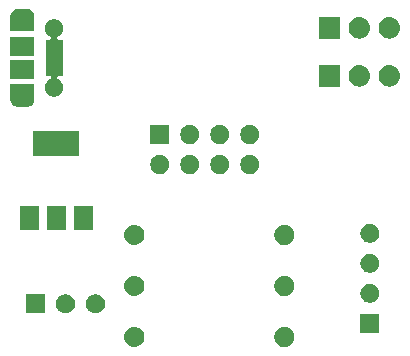
<source format=gbr>
G04 #@! TF.GenerationSoftware,KiCad,Pcbnew,5.1.2*
G04 #@! TF.CreationDate,2019-06-25T15:37:04+02:00*
G04 #@! TF.ProjectId,esp01-tempsensor,65737030-312d-4746-956d-7073656e736f,rev?*
G04 #@! TF.SameCoordinates,Original*
G04 #@! TF.FileFunction,Soldermask,Top*
G04 #@! TF.FilePolarity,Negative*
%FSLAX46Y46*%
G04 Gerber Fmt 4.6, Leading zero omitted, Abs format (unit mm)*
G04 Created by KiCad (PCBNEW 5.1.2) date 2019-06-25 15:37:04*
%MOMM*%
%LPD*%
G04 APERTURE LIST*
%ADD10C,0.100000*%
G04 APERTURE END LIST*
D10*
G36*
X147314228Y-132023703D02*
G01*
X147469100Y-132087853D01*
X147608481Y-132180985D01*
X147727015Y-132299519D01*
X147820147Y-132438900D01*
X147884297Y-132593772D01*
X147917000Y-132758184D01*
X147917000Y-132925816D01*
X147884297Y-133090228D01*
X147820147Y-133245100D01*
X147727015Y-133384481D01*
X147608481Y-133503015D01*
X147469100Y-133596147D01*
X147314228Y-133660297D01*
X147149816Y-133693000D01*
X146982184Y-133693000D01*
X146817772Y-133660297D01*
X146662900Y-133596147D01*
X146523519Y-133503015D01*
X146404985Y-133384481D01*
X146311853Y-133245100D01*
X146247703Y-133090228D01*
X146215000Y-132925816D01*
X146215000Y-132758184D01*
X146247703Y-132593772D01*
X146311853Y-132438900D01*
X146404985Y-132299519D01*
X146523519Y-132180985D01*
X146662900Y-132087853D01*
X146817772Y-132023703D01*
X146982184Y-131991000D01*
X147149816Y-131991000D01*
X147314228Y-132023703D01*
X147314228Y-132023703D01*
G37*
G36*
X134532823Y-132003313D02*
G01*
X134693242Y-132051976D01*
X134760361Y-132087852D01*
X134841078Y-132130996D01*
X134970659Y-132237341D01*
X135077004Y-132366922D01*
X135077005Y-132366924D01*
X135156024Y-132514758D01*
X135204687Y-132675177D01*
X135221117Y-132842000D01*
X135204687Y-133008823D01*
X135156024Y-133169242D01*
X135115477Y-133245100D01*
X135077004Y-133317078D01*
X134970659Y-133446659D01*
X134841078Y-133553004D01*
X134841076Y-133553005D01*
X134693242Y-133632024D01*
X134532823Y-133680687D01*
X134407804Y-133693000D01*
X134324196Y-133693000D01*
X134199177Y-133680687D01*
X134038758Y-133632024D01*
X133890924Y-133553005D01*
X133890922Y-133553004D01*
X133761341Y-133446659D01*
X133654996Y-133317078D01*
X133616523Y-133245100D01*
X133575976Y-133169242D01*
X133527313Y-133008823D01*
X133510883Y-132842000D01*
X133527313Y-132675177D01*
X133575976Y-132514758D01*
X133654995Y-132366924D01*
X133654996Y-132366922D01*
X133761341Y-132237341D01*
X133890922Y-132130996D01*
X133971639Y-132087852D01*
X134038758Y-132051976D01*
X134199177Y-132003313D01*
X134324196Y-131991000D01*
X134407804Y-131991000D01*
X134532823Y-132003313D01*
X134532823Y-132003313D01*
G37*
G36*
X155106000Y-132500000D02*
G01*
X153504000Y-132500000D01*
X153504000Y-130898000D01*
X155106000Y-130898000D01*
X155106000Y-132500000D01*
X155106000Y-132500000D01*
G37*
G36*
X131300560Y-129268166D02*
G01*
X131411274Y-129314025D01*
X131448153Y-129329301D01*
X131498117Y-129362686D01*
X131580982Y-129418055D01*
X131693945Y-129531018D01*
X131782700Y-129663849D01*
X131843834Y-129811440D01*
X131867262Y-129929218D01*
X131875000Y-129968123D01*
X131875000Y-130127877D01*
X131843834Y-130284560D01*
X131782699Y-130432153D01*
X131693945Y-130564982D01*
X131580982Y-130677945D01*
X131448153Y-130766699D01*
X131448152Y-130766700D01*
X131448151Y-130766700D01*
X131300560Y-130827834D01*
X131143878Y-130859000D01*
X130984122Y-130859000D01*
X130827440Y-130827834D01*
X130679849Y-130766700D01*
X130679848Y-130766700D01*
X130679847Y-130766699D01*
X130547018Y-130677945D01*
X130434055Y-130564982D01*
X130345301Y-130432153D01*
X130284166Y-130284560D01*
X130253000Y-130127877D01*
X130253000Y-129968123D01*
X130260739Y-129929218D01*
X130284166Y-129811440D01*
X130345300Y-129663849D01*
X130434055Y-129531018D01*
X130547018Y-129418055D01*
X130629883Y-129362686D01*
X130679847Y-129329301D01*
X130716727Y-129314025D01*
X130827440Y-129268166D01*
X130984122Y-129237000D01*
X131143878Y-129237000D01*
X131300560Y-129268166D01*
X131300560Y-129268166D01*
G37*
G36*
X128760560Y-129268166D02*
G01*
X128871274Y-129314025D01*
X128908153Y-129329301D01*
X128958117Y-129362686D01*
X129040982Y-129418055D01*
X129153945Y-129531018D01*
X129242700Y-129663849D01*
X129303834Y-129811440D01*
X129327262Y-129929218D01*
X129335000Y-129968123D01*
X129335000Y-130127877D01*
X129303834Y-130284560D01*
X129242699Y-130432153D01*
X129153945Y-130564982D01*
X129040982Y-130677945D01*
X128908153Y-130766699D01*
X128908152Y-130766700D01*
X128908151Y-130766700D01*
X128760560Y-130827834D01*
X128603878Y-130859000D01*
X128444122Y-130859000D01*
X128287440Y-130827834D01*
X128139849Y-130766700D01*
X128139848Y-130766700D01*
X128139847Y-130766699D01*
X128007018Y-130677945D01*
X127894055Y-130564982D01*
X127805301Y-130432153D01*
X127744166Y-130284560D01*
X127713000Y-130127877D01*
X127713000Y-129968123D01*
X127720739Y-129929218D01*
X127744166Y-129811440D01*
X127805300Y-129663849D01*
X127894055Y-129531018D01*
X128007018Y-129418055D01*
X128089883Y-129362686D01*
X128139847Y-129329301D01*
X128176727Y-129314025D01*
X128287440Y-129268166D01*
X128444122Y-129237000D01*
X128603878Y-129237000D01*
X128760560Y-129268166D01*
X128760560Y-129268166D01*
G37*
G36*
X126795000Y-130859000D02*
G01*
X125173000Y-130859000D01*
X125173000Y-129237000D01*
X126795000Y-129237000D01*
X126795000Y-130859000D01*
X126795000Y-130859000D01*
G37*
G36*
X154538642Y-128388781D02*
G01*
X154684414Y-128449162D01*
X154684416Y-128449163D01*
X154815608Y-128536822D01*
X154927178Y-128648392D01*
X155014837Y-128779584D01*
X155014838Y-128779586D01*
X155075219Y-128925358D01*
X155106000Y-129080107D01*
X155106000Y-129237893D01*
X155075219Y-129392642D01*
X155014838Y-129538414D01*
X155014837Y-129538416D01*
X154927178Y-129669608D01*
X154815608Y-129781178D01*
X154684416Y-129868837D01*
X154684415Y-129868838D01*
X154684414Y-129868838D01*
X154538642Y-129929219D01*
X154383893Y-129960000D01*
X154226107Y-129960000D01*
X154071358Y-129929219D01*
X153925586Y-129868838D01*
X153925585Y-129868838D01*
X153925584Y-129868837D01*
X153794392Y-129781178D01*
X153682822Y-129669608D01*
X153595163Y-129538416D01*
X153595162Y-129538414D01*
X153534781Y-129392642D01*
X153504000Y-129237893D01*
X153504000Y-129080107D01*
X153534781Y-128925358D01*
X153595162Y-128779586D01*
X153595163Y-128779584D01*
X153682822Y-128648392D01*
X153794392Y-128536822D01*
X153925584Y-128449163D01*
X153925586Y-128449162D01*
X154071358Y-128388781D01*
X154226107Y-128358000D01*
X154383893Y-128358000D01*
X154538642Y-128388781D01*
X154538642Y-128388781D01*
G37*
G36*
X134532823Y-127685313D02*
G01*
X134693242Y-127733976D01*
X134760361Y-127769852D01*
X134841078Y-127812996D01*
X134970659Y-127919341D01*
X135077004Y-128048922D01*
X135077005Y-128048924D01*
X135156024Y-128196758D01*
X135204687Y-128357177D01*
X135221117Y-128524000D01*
X135204687Y-128690823D01*
X135156024Y-128851242D01*
X135115477Y-128927100D01*
X135077004Y-128999078D01*
X134970659Y-129128659D01*
X134841078Y-129235004D01*
X134841076Y-129235005D01*
X134693242Y-129314024D01*
X134532823Y-129362687D01*
X134407804Y-129375000D01*
X134324196Y-129375000D01*
X134199177Y-129362687D01*
X134038758Y-129314024D01*
X133890924Y-129235005D01*
X133890922Y-129235004D01*
X133761341Y-129128659D01*
X133654996Y-128999078D01*
X133616523Y-128927100D01*
X133575976Y-128851242D01*
X133527313Y-128690823D01*
X133510883Y-128524000D01*
X133527313Y-128357177D01*
X133575976Y-128196758D01*
X133654995Y-128048924D01*
X133654996Y-128048922D01*
X133761341Y-127919341D01*
X133890922Y-127812996D01*
X133971639Y-127769852D01*
X134038758Y-127733976D01*
X134199177Y-127685313D01*
X134324196Y-127673000D01*
X134407804Y-127673000D01*
X134532823Y-127685313D01*
X134532823Y-127685313D01*
G37*
G36*
X147314228Y-127705703D02*
G01*
X147469100Y-127769853D01*
X147608481Y-127862985D01*
X147727015Y-127981519D01*
X147820147Y-128120900D01*
X147884297Y-128275772D01*
X147917000Y-128440184D01*
X147917000Y-128607816D01*
X147884297Y-128772228D01*
X147820147Y-128927100D01*
X147727015Y-129066481D01*
X147608481Y-129185015D01*
X147469100Y-129278147D01*
X147314228Y-129342297D01*
X147149816Y-129375000D01*
X146982184Y-129375000D01*
X146817772Y-129342297D01*
X146662900Y-129278147D01*
X146523519Y-129185015D01*
X146404985Y-129066481D01*
X146311853Y-128927100D01*
X146247703Y-128772228D01*
X146215000Y-128607816D01*
X146215000Y-128440184D01*
X146247703Y-128275772D01*
X146311853Y-128120900D01*
X146404985Y-127981519D01*
X146523519Y-127862985D01*
X146662900Y-127769853D01*
X146817772Y-127705703D01*
X146982184Y-127673000D01*
X147149816Y-127673000D01*
X147314228Y-127705703D01*
X147314228Y-127705703D01*
G37*
G36*
X154538642Y-125848781D02*
G01*
X154684414Y-125909162D01*
X154684416Y-125909163D01*
X154815608Y-125996822D01*
X154927178Y-126108392D01*
X155014837Y-126239584D01*
X155014838Y-126239586D01*
X155075219Y-126385358D01*
X155106000Y-126540107D01*
X155106000Y-126697893D01*
X155075219Y-126852642D01*
X155014838Y-126998414D01*
X155014837Y-126998416D01*
X154927178Y-127129608D01*
X154815608Y-127241178D01*
X154684416Y-127328837D01*
X154684415Y-127328838D01*
X154684414Y-127328838D01*
X154538642Y-127389219D01*
X154383893Y-127420000D01*
X154226107Y-127420000D01*
X154071358Y-127389219D01*
X153925586Y-127328838D01*
X153925585Y-127328838D01*
X153925584Y-127328837D01*
X153794392Y-127241178D01*
X153682822Y-127129608D01*
X153595163Y-126998416D01*
X153595162Y-126998414D01*
X153534781Y-126852642D01*
X153504000Y-126697893D01*
X153504000Y-126540107D01*
X153534781Y-126385358D01*
X153595162Y-126239586D01*
X153595163Y-126239584D01*
X153682822Y-126108392D01*
X153794392Y-125996822D01*
X153925584Y-125909163D01*
X153925586Y-125909162D01*
X154071358Y-125848781D01*
X154226107Y-125818000D01*
X154383893Y-125818000D01*
X154538642Y-125848781D01*
X154538642Y-125848781D01*
G37*
G36*
X147314228Y-123387703D02*
G01*
X147469100Y-123451853D01*
X147608481Y-123544985D01*
X147727015Y-123663519D01*
X147820147Y-123802900D01*
X147884297Y-123957772D01*
X147917000Y-124122184D01*
X147917000Y-124289816D01*
X147884297Y-124454228D01*
X147820147Y-124609100D01*
X147727015Y-124748481D01*
X147608481Y-124867015D01*
X147469100Y-124960147D01*
X147314228Y-125024297D01*
X147149816Y-125057000D01*
X146982184Y-125057000D01*
X146817772Y-125024297D01*
X146662900Y-124960147D01*
X146523519Y-124867015D01*
X146404985Y-124748481D01*
X146311853Y-124609100D01*
X146247703Y-124454228D01*
X146215000Y-124289816D01*
X146215000Y-124122184D01*
X146247703Y-123957772D01*
X146311853Y-123802900D01*
X146404985Y-123663519D01*
X146523519Y-123544985D01*
X146662900Y-123451853D01*
X146817772Y-123387703D01*
X146982184Y-123355000D01*
X147149816Y-123355000D01*
X147314228Y-123387703D01*
X147314228Y-123387703D01*
G37*
G36*
X134532823Y-123367313D02*
G01*
X134693242Y-123415976D01*
X134760361Y-123451852D01*
X134841078Y-123494996D01*
X134970659Y-123601341D01*
X135077004Y-123730922D01*
X135077005Y-123730924D01*
X135156024Y-123878758D01*
X135204687Y-124039177D01*
X135221117Y-124206000D01*
X135204687Y-124372823D01*
X135156024Y-124533242D01*
X135115477Y-124609100D01*
X135077004Y-124681078D01*
X134970659Y-124810659D01*
X134841078Y-124917004D01*
X134841076Y-124917005D01*
X134693242Y-124996024D01*
X134532823Y-125044687D01*
X134407804Y-125057000D01*
X134324196Y-125057000D01*
X134199177Y-125044687D01*
X134038758Y-124996024D01*
X133890924Y-124917005D01*
X133890922Y-124917004D01*
X133761341Y-124810659D01*
X133654996Y-124681078D01*
X133616523Y-124609100D01*
X133575976Y-124533242D01*
X133527313Y-124372823D01*
X133510883Y-124206000D01*
X133527313Y-124039177D01*
X133575976Y-123878758D01*
X133654995Y-123730924D01*
X133654996Y-123730922D01*
X133761341Y-123601341D01*
X133890922Y-123494996D01*
X133971639Y-123451852D01*
X134038758Y-123415976D01*
X134199177Y-123367313D01*
X134324196Y-123355000D01*
X134407804Y-123355000D01*
X134532823Y-123367313D01*
X134532823Y-123367313D01*
G37*
G36*
X154538642Y-123308781D02*
G01*
X154684414Y-123369162D01*
X154684416Y-123369163D01*
X154815608Y-123456822D01*
X154927178Y-123568392D01*
X154990739Y-123663519D01*
X155014838Y-123699586D01*
X155075219Y-123845358D01*
X155106000Y-124000107D01*
X155106000Y-124157893D01*
X155075219Y-124312642D01*
X155050291Y-124372823D01*
X155014837Y-124458416D01*
X154927178Y-124589608D01*
X154815608Y-124701178D01*
X154684416Y-124788837D01*
X154684415Y-124788838D01*
X154684414Y-124788838D01*
X154538642Y-124849219D01*
X154383893Y-124880000D01*
X154226107Y-124880000D01*
X154071358Y-124849219D01*
X153925586Y-124788838D01*
X153925585Y-124788838D01*
X153925584Y-124788837D01*
X153794392Y-124701178D01*
X153682822Y-124589608D01*
X153595163Y-124458416D01*
X153559709Y-124372823D01*
X153534781Y-124312642D01*
X153504000Y-124157893D01*
X153504000Y-124000107D01*
X153534781Y-123845358D01*
X153595162Y-123699586D01*
X153619261Y-123663519D01*
X153682822Y-123568392D01*
X153794392Y-123456822D01*
X153925584Y-123369163D01*
X153925586Y-123369162D01*
X154071358Y-123308781D01*
X154226107Y-123278000D01*
X154383893Y-123278000D01*
X154538642Y-123308781D01*
X154538642Y-123308781D01*
G37*
G36*
X130863000Y-123835000D02*
G01*
X129261000Y-123835000D01*
X129261000Y-121733000D01*
X130863000Y-121733000D01*
X130863000Y-123835000D01*
X130863000Y-123835000D01*
G37*
G36*
X128563000Y-123835000D02*
G01*
X126961000Y-123835000D01*
X126961000Y-121733000D01*
X128563000Y-121733000D01*
X128563000Y-123835000D01*
X128563000Y-123835000D01*
G37*
G36*
X126263000Y-123835000D02*
G01*
X124661000Y-123835000D01*
X124661000Y-121733000D01*
X126263000Y-121733000D01*
X126263000Y-123835000D01*
X126263000Y-123835000D01*
G37*
G36*
X144382142Y-117455242D02*
G01*
X144530101Y-117516529D01*
X144663255Y-117605499D01*
X144776501Y-117718745D01*
X144865471Y-117851899D01*
X144926758Y-117999858D01*
X144958000Y-118156925D01*
X144958000Y-118317075D01*
X144926758Y-118474142D01*
X144865471Y-118622101D01*
X144776501Y-118755255D01*
X144663255Y-118868501D01*
X144530101Y-118957471D01*
X144382142Y-119018758D01*
X144225075Y-119050000D01*
X144064925Y-119050000D01*
X143907858Y-119018758D01*
X143759899Y-118957471D01*
X143626745Y-118868501D01*
X143513499Y-118755255D01*
X143424529Y-118622101D01*
X143363242Y-118474142D01*
X143332000Y-118317075D01*
X143332000Y-118156925D01*
X143363242Y-117999858D01*
X143424529Y-117851899D01*
X143513499Y-117718745D01*
X143626745Y-117605499D01*
X143759899Y-117516529D01*
X143907858Y-117455242D01*
X144064925Y-117424000D01*
X144225075Y-117424000D01*
X144382142Y-117455242D01*
X144382142Y-117455242D01*
G37*
G36*
X141842142Y-117455242D02*
G01*
X141990101Y-117516529D01*
X142123255Y-117605499D01*
X142236501Y-117718745D01*
X142325471Y-117851899D01*
X142386758Y-117999858D01*
X142418000Y-118156925D01*
X142418000Y-118317075D01*
X142386758Y-118474142D01*
X142325471Y-118622101D01*
X142236501Y-118755255D01*
X142123255Y-118868501D01*
X141990101Y-118957471D01*
X141842142Y-119018758D01*
X141685075Y-119050000D01*
X141524925Y-119050000D01*
X141367858Y-119018758D01*
X141219899Y-118957471D01*
X141086745Y-118868501D01*
X140973499Y-118755255D01*
X140884529Y-118622101D01*
X140823242Y-118474142D01*
X140792000Y-118317075D01*
X140792000Y-118156925D01*
X140823242Y-117999858D01*
X140884529Y-117851899D01*
X140973499Y-117718745D01*
X141086745Y-117605499D01*
X141219899Y-117516529D01*
X141367858Y-117455242D01*
X141524925Y-117424000D01*
X141685075Y-117424000D01*
X141842142Y-117455242D01*
X141842142Y-117455242D01*
G37*
G36*
X139302142Y-117455242D02*
G01*
X139450101Y-117516529D01*
X139583255Y-117605499D01*
X139696501Y-117718745D01*
X139785471Y-117851899D01*
X139846758Y-117999858D01*
X139878000Y-118156925D01*
X139878000Y-118317075D01*
X139846758Y-118474142D01*
X139785471Y-118622101D01*
X139696501Y-118755255D01*
X139583255Y-118868501D01*
X139450101Y-118957471D01*
X139302142Y-119018758D01*
X139145075Y-119050000D01*
X138984925Y-119050000D01*
X138827858Y-119018758D01*
X138679899Y-118957471D01*
X138546745Y-118868501D01*
X138433499Y-118755255D01*
X138344529Y-118622101D01*
X138283242Y-118474142D01*
X138252000Y-118317075D01*
X138252000Y-118156925D01*
X138283242Y-117999858D01*
X138344529Y-117851899D01*
X138433499Y-117718745D01*
X138546745Y-117605499D01*
X138679899Y-117516529D01*
X138827858Y-117455242D01*
X138984925Y-117424000D01*
X139145075Y-117424000D01*
X139302142Y-117455242D01*
X139302142Y-117455242D01*
G37*
G36*
X136762142Y-117455242D02*
G01*
X136910101Y-117516529D01*
X137043255Y-117605499D01*
X137156501Y-117718745D01*
X137245471Y-117851899D01*
X137306758Y-117999858D01*
X137338000Y-118156925D01*
X137338000Y-118317075D01*
X137306758Y-118474142D01*
X137245471Y-118622101D01*
X137156501Y-118755255D01*
X137043255Y-118868501D01*
X136910101Y-118957471D01*
X136762142Y-119018758D01*
X136605075Y-119050000D01*
X136444925Y-119050000D01*
X136287858Y-119018758D01*
X136139899Y-118957471D01*
X136006745Y-118868501D01*
X135893499Y-118755255D01*
X135804529Y-118622101D01*
X135743242Y-118474142D01*
X135712000Y-118317075D01*
X135712000Y-118156925D01*
X135743242Y-117999858D01*
X135804529Y-117851899D01*
X135893499Y-117718745D01*
X136006745Y-117605499D01*
X136139899Y-117516529D01*
X136287858Y-117455242D01*
X136444925Y-117424000D01*
X136605075Y-117424000D01*
X136762142Y-117455242D01*
X136762142Y-117455242D01*
G37*
G36*
X129713000Y-117535000D02*
G01*
X125811000Y-117535000D01*
X125811000Y-115433000D01*
X129713000Y-115433000D01*
X129713000Y-117535000D01*
X129713000Y-117535000D01*
G37*
G36*
X144382142Y-114915242D02*
G01*
X144530101Y-114976529D01*
X144663255Y-115065499D01*
X144776501Y-115178745D01*
X144865471Y-115311899D01*
X144926758Y-115459858D01*
X144958000Y-115616925D01*
X144958000Y-115777075D01*
X144926758Y-115934142D01*
X144865471Y-116082101D01*
X144776501Y-116215255D01*
X144663255Y-116328501D01*
X144530101Y-116417471D01*
X144382142Y-116478758D01*
X144225075Y-116510000D01*
X144064925Y-116510000D01*
X143907858Y-116478758D01*
X143759899Y-116417471D01*
X143626745Y-116328501D01*
X143513499Y-116215255D01*
X143424529Y-116082101D01*
X143363242Y-115934142D01*
X143332000Y-115777075D01*
X143332000Y-115616925D01*
X143363242Y-115459858D01*
X143424529Y-115311899D01*
X143513499Y-115178745D01*
X143626745Y-115065499D01*
X143759899Y-114976529D01*
X143907858Y-114915242D01*
X144064925Y-114884000D01*
X144225075Y-114884000D01*
X144382142Y-114915242D01*
X144382142Y-114915242D01*
G37*
G36*
X141842142Y-114915242D02*
G01*
X141990101Y-114976529D01*
X142123255Y-115065499D01*
X142236501Y-115178745D01*
X142325471Y-115311899D01*
X142386758Y-115459858D01*
X142418000Y-115616925D01*
X142418000Y-115777075D01*
X142386758Y-115934142D01*
X142325471Y-116082101D01*
X142236501Y-116215255D01*
X142123255Y-116328501D01*
X141990101Y-116417471D01*
X141842142Y-116478758D01*
X141685075Y-116510000D01*
X141524925Y-116510000D01*
X141367858Y-116478758D01*
X141219899Y-116417471D01*
X141086745Y-116328501D01*
X140973499Y-116215255D01*
X140884529Y-116082101D01*
X140823242Y-115934142D01*
X140792000Y-115777075D01*
X140792000Y-115616925D01*
X140823242Y-115459858D01*
X140884529Y-115311899D01*
X140973499Y-115178745D01*
X141086745Y-115065499D01*
X141219899Y-114976529D01*
X141367858Y-114915242D01*
X141524925Y-114884000D01*
X141685075Y-114884000D01*
X141842142Y-114915242D01*
X141842142Y-114915242D01*
G37*
G36*
X139302142Y-114915242D02*
G01*
X139450101Y-114976529D01*
X139583255Y-115065499D01*
X139696501Y-115178745D01*
X139785471Y-115311899D01*
X139846758Y-115459858D01*
X139878000Y-115616925D01*
X139878000Y-115777075D01*
X139846758Y-115934142D01*
X139785471Y-116082101D01*
X139696501Y-116215255D01*
X139583255Y-116328501D01*
X139450101Y-116417471D01*
X139302142Y-116478758D01*
X139145075Y-116510000D01*
X138984925Y-116510000D01*
X138827858Y-116478758D01*
X138679899Y-116417471D01*
X138546745Y-116328501D01*
X138433499Y-116215255D01*
X138344529Y-116082101D01*
X138283242Y-115934142D01*
X138252000Y-115777075D01*
X138252000Y-115616925D01*
X138283242Y-115459858D01*
X138344529Y-115311899D01*
X138433499Y-115178745D01*
X138546745Y-115065499D01*
X138679899Y-114976529D01*
X138827858Y-114915242D01*
X138984925Y-114884000D01*
X139145075Y-114884000D01*
X139302142Y-114915242D01*
X139302142Y-114915242D01*
G37*
G36*
X137338000Y-116510000D02*
G01*
X135712000Y-116510000D01*
X135712000Y-114884000D01*
X137338000Y-114884000D01*
X137338000Y-116510000D01*
X137338000Y-116510000D01*
G37*
G36*
X125873000Y-112681886D02*
G01*
X125873602Y-112694138D01*
X125876149Y-112720000D01*
X125873602Y-112745862D01*
X125873000Y-112758114D01*
X125873000Y-112831406D01*
X125864043Y-112848164D01*
X125859915Y-112859701D01*
X125834132Y-112944693D01*
X125826354Y-112970336D01*
X125765906Y-113083425D01*
X125684554Y-113182554D01*
X125585425Y-113263906D01*
X125472336Y-113324354D01*
X125440404Y-113334040D01*
X125349618Y-113361580D01*
X125285855Y-113367860D01*
X125253974Y-113371000D01*
X124490026Y-113371000D01*
X124458145Y-113367860D01*
X124394382Y-113361580D01*
X124303596Y-113334040D01*
X124271664Y-113324354D01*
X124158575Y-113263906D01*
X124059446Y-113182554D01*
X123978094Y-113083425D01*
X123917646Y-112970336D01*
X123909868Y-112944693D01*
X123884087Y-112859708D01*
X123874713Y-112837075D01*
X123871000Y-112831518D01*
X123871000Y-112758114D01*
X123870398Y-112745862D01*
X123867851Y-112720000D01*
X123870398Y-112694138D01*
X123871000Y-112681886D01*
X123871000Y-111469000D01*
X125873000Y-111469000D01*
X125873000Y-112681886D01*
X125873000Y-112681886D01*
G37*
G36*
X127798348Y-105973820D02*
G01*
X127798350Y-105973821D01*
X127798351Y-105973821D01*
X127939574Y-106032317D01*
X127939577Y-106032319D01*
X128066669Y-106117239D01*
X128174761Y-106225331D01*
X128247058Y-106333532D01*
X128259683Y-106352426D01*
X128318179Y-106493649D01*
X128318180Y-106493652D01*
X128348000Y-106643569D01*
X128348000Y-106796431D01*
X128336027Y-106856625D01*
X128318179Y-106946351D01*
X128259683Y-107087574D01*
X128259681Y-107087577D01*
X128174761Y-107214669D01*
X128066669Y-107322761D01*
X127981940Y-107379375D01*
X127939574Y-107407683D01*
X127889272Y-107428519D01*
X127867664Y-107440068D01*
X127848722Y-107455614D01*
X127833177Y-107474556D01*
X127821626Y-107496166D01*
X127814513Y-107519615D01*
X127812111Y-107544001D01*
X127814513Y-107568387D01*
X127821626Y-107591836D01*
X127833177Y-107613447D01*
X127848723Y-107632389D01*
X127867665Y-107647934D01*
X127889275Y-107659485D01*
X127912724Y-107666598D01*
X127937110Y-107669000D01*
X128298000Y-107669000D01*
X128298000Y-110771000D01*
X127937110Y-110771000D01*
X127912724Y-110773402D01*
X127889275Y-110780515D01*
X127867664Y-110792066D01*
X127848722Y-110807611D01*
X127833177Y-110826553D01*
X127821626Y-110848164D01*
X127814513Y-110871613D01*
X127812111Y-110895999D01*
X127814513Y-110920385D01*
X127821626Y-110943834D01*
X127833177Y-110965445D01*
X127848722Y-110984387D01*
X127867664Y-110999932D01*
X127889272Y-111011481D01*
X127939574Y-111032317D01*
X127939575Y-111032318D01*
X128066669Y-111117239D01*
X128174761Y-111225331D01*
X128259681Y-111352423D01*
X128259683Y-111352426D01*
X128272838Y-111384186D01*
X128318180Y-111493652D01*
X128345691Y-111631963D01*
X128348000Y-111643571D01*
X128348000Y-111796429D01*
X128318179Y-111946351D01*
X128259683Y-112087574D01*
X128259681Y-112087577D01*
X128174761Y-112214669D01*
X128066669Y-112322761D01*
X128016064Y-112356574D01*
X127939574Y-112407683D01*
X127798351Y-112466179D01*
X127798350Y-112466179D01*
X127798348Y-112466180D01*
X127648431Y-112496000D01*
X127495569Y-112496000D01*
X127345652Y-112466180D01*
X127345650Y-112466179D01*
X127345649Y-112466179D01*
X127204426Y-112407683D01*
X127127936Y-112356574D01*
X127077331Y-112322761D01*
X126969239Y-112214669D01*
X126884319Y-112087577D01*
X126884317Y-112087574D01*
X126825821Y-111946351D01*
X126796000Y-111796429D01*
X126796000Y-111643571D01*
X126798309Y-111631963D01*
X126825820Y-111493652D01*
X126871162Y-111384186D01*
X126884317Y-111352426D01*
X126884319Y-111352423D01*
X126969239Y-111225331D01*
X127077331Y-111117239D01*
X127204425Y-111032318D01*
X127204426Y-111032317D01*
X127254728Y-111011481D01*
X127276336Y-110999932D01*
X127295278Y-110984386D01*
X127310823Y-110965444D01*
X127322374Y-110943834D01*
X127329487Y-110920385D01*
X127331889Y-110895999D01*
X127329487Y-110871613D01*
X127322374Y-110848164D01*
X127310823Y-110826553D01*
X127295277Y-110807611D01*
X127276335Y-110792066D01*
X127254725Y-110780515D01*
X127231276Y-110773402D01*
X127206890Y-110771000D01*
X126846000Y-110771000D01*
X126846000Y-107669000D01*
X127206890Y-107669000D01*
X127231276Y-107666598D01*
X127254725Y-107659485D01*
X127276336Y-107647934D01*
X127295278Y-107632389D01*
X127310823Y-107613447D01*
X127322374Y-107591836D01*
X127329487Y-107568387D01*
X127331889Y-107544001D01*
X127329487Y-107519615D01*
X127322374Y-107496166D01*
X127310823Y-107474555D01*
X127295278Y-107455613D01*
X127276336Y-107440068D01*
X127254728Y-107428519D01*
X127204426Y-107407683D01*
X127162060Y-107379375D01*
X127077331Y-107322761D01*
X126969239Y-107214669D01*
X126884319Y-107087577D01*
X126884317Y-107087574D01*
X126825821Y-106946351D01*
X126807974Y-106856625D01*
X126796000Y-106796431D01*
X126796000Y-106643569D01*
X126825820Y-106493652D01*
X126825821Y-106493649D01*
X126884317Y-106352426D01*
X126896942Y-106333532D01*
X126969239Y-106225331D01*
X127077331Y-106117239D01*
X127204423Y-106032319D01*
X127204426Y-106032317D01*
X127345649Y-105973821D01*
X127345650Y-105973821D01*
X127345652Y-105973820D01*
X127495569Y-105944000D01*
X127648431Y-105944000D01*
X127798348Y-105973820D01*
X127798348Y-105973820D01*
G37*
G36*
X156066443Y-109849519D02*
G01*
X156132627Y-109856037D01*
X156302466Y-109907557D01*
X156458991Y-109991222D01*
X156494729Y-110020552D01*
X156596186Y-110103814D01*
X156679448Y-110205271D01*
X156708778Y-110241009D01*
X156792443Y-110397534D01*
X156843963Y-110567373D01*
X156861359Y-110744000D01*
X156843963Y-110920627D01*
X156792443Y-111090466D01*
X156708778Y-111246991D01*
X156679448Y-111282729D01*
X156596186Y-111384186D01*
X156494729Y-111467448D01*
X156458991Y-111496778D01*
X156302466Y-111580443D01*
X156132627Y-111631963D01*
X156066443Y-111638481D01*
X156000260Y-111645000D01*
X155911740Y-111645000D01*
X155845557Y-111638481D01*
X155779373Y-111631963D01*
X155609534Y-111580443D01*
X155453009Y-111496778D01*
X155417271Y-111467448D01*
X155315814Y-111384186D01*
X155232552Y-111282729D01*
X155203222Y-111246991D01*
X155119557Y-111090466D01*
X155068037Y-110920627D01*
X155050641Y-110744000D01*
X155068037Y-110567373D01*
X155119557Y-110397534D01*
X155203222Y-110241009D01*
X155232552Y-110205271D01*
X155315814Y-110103814D01*
X155417271Y-110020552D01*
X155453009Y-109991222D01*
X155609534Y-109907557D01*
X155779373Y-109856037D01*
X155845557Y-109849519D01*
X155911740Y-109843000D01*
X156000260Y-109843000D01*
X156066443Y-109849519D01*
X156066443Y-109849519D01*
G37*
G36*
X151777000Y-111645000D02*
G01*
X149975000Y-111645000D01*
X149975000Y-109843000D01*
X151777000Y-109843000D01*
X151777000Y-111645000D01*
X151777000Y-111645000D01*
G37*
G36*
X153526443Y-109849519D02*
G01*
X153592627Y-109856037D01*
X153762466Y-109907557D01*
X153918991Y-109991222D01*
X153954729Y-110020552D01*
X154056186Y-110103814D01*
X154139448Y-110205271D01*
X154168778Y-110241009D01*
X154252443Y-110397534D01*
X154303963Y-110567373D01*
X154321359Y-110744000D01*
X154303963Y-110920627D01*
X154252443Y-111090466D01*
X154168778Y-111246991D01*
X154139448Y-111282729D01*
X154056186Y-111384186D01*
X153954729Y-111467448D01*
X153918991Y-111496778D01*
X153762466Y-111580443D01*
X153592627Y-111631963D01*
X153526443Y-111638481D01*
X153460260Y-111645000D01*
X153371740Y-111645000D01*
X153305557Y-111638481D01*
X153239373Y-111631963D01*
X153069534Y-111580443D01*
X152913009Y-111496778D01*
X152877271Y-111467448D01*
X152775814Y-111384186D01*
X152692552Y-111282729D01*
X152663222Y-111246991D01*
X152579557Y-111090466D01*
X152528037Y-110920627D01*
X152510641Y-110744000D01*
X152528037Y-110567373D01*
X152579557Y-110397534D01*
X152663222Y-110241009D01*
X152692552Y-110205271D01*
X152775814Y-110103814D01*
X152877271Y-110020552D01*
X152913009Y-109991222D01*
X153069534Y-109907557D01*
X153239373Y-109856037D01*
X153305557Y-109849519D01*
X153371740Y-109843000D01*
X153460260Y-109843000D01*
X153526443Y-109849519D01*
X153526443Y-109849519D01*
G37*
G36*
X125873000Y-111021000D02*
G01*
X123871000Y-111021000D01*
X123871000Y-109419000D01*
X125873000Y-109419000D01*
X125873000Y-111021000D01*
X125873000Y-111021000D01*
G37*
G36*
X125873000Y-109021000D02*
G01*
X123871000Y-109021000D01*
X123871000Y-107419000D01*
X125873000Y-107419000D01*
X125873000Y-109021000D01*
X125873000Y-109021000D01*
G37*
G36*
X151777000Y-107581000D02*
G01*
X149975000Y-107581000D01*
X149975000Y-105779000D01*
X151777000Y-105779000D01*
X151777000Y-107581000D01*
X151777000Y-107581000D01*
G37*
G36*
X153526443Y-105785519D02*
G01*
X153592627Y-105792037D01*
X153762466Y-105843557D01*
X153918991Y-105927222D01*
X153939435Y-105944000D01*
X154056186Y-106039814D01*
X154139448Y-106141271D01*
X154168778Y-106177009D01*
X154252443Y-106333534D01*
X154303963Y-106503373D01*
X154321359Y-106680000D01*
X154303963Y-106856627D01*
X154252443Y-107026466D01*
X154168778Y-107182991D01*
X154142780Y-107214669D01*
X154056186Y-107320186D01*
X153954729Y-107403448D01*
X153918991Y-107432778D01*
X153762466Y-107516443D01*
X153592627Y-107567963D01*
X153526443Y-107574481D01*
X153460260Y-107581000D01*
X153371740Y-107581000D01*
X153305557Y-107574481D01*
X153239373Y-107567963D01*
X153069534Y-107516443D01*
X152913009Y-107432778D01*
X152877271Y-107403448D01*
X152775814Y-107320186D01*
X152689220Y-107214669D01*
X152663222Y-107182991D01*
X152579557Y-107026466D01*
X152528037Y-106856627D01*
X152510641Y-106680000D01*
X152528037Y-106503373D01*
X152579557Y-106333534D01*
X152663222Y-106177009D01*
X152692552Y-106141271D01*
X152775814Y-106039814D01*
X152892565Y-105944000D01*
X152913009Y-105927222D01*
X153069534Y-105843557D01*
X153239373Y-105792037D01*
X153305557Y-105785519D01*
X153371740Y-105779000D01*
X153460260Y-105779000D01*
X153526443Y-105785519D01*
X153526443Y-105785519D01*
G37*
G36*
X156066443Y-105785519D02*
G01*
X156132627Y-105792037D01*
X156302466Y-105843557D01*
X156458991Y-105927222D01*
X156479435Y-105944000D01*
X156596186Y-106039814D01*
X156679448Y-106141271D01*
X156708778Y-106177009D01*
X156792443Y-106333534D01*
X156843963Y-106503373D01*
X156861359Y-106680000D01*
X156843963Y-106856627D01*
X156792443Y-107026466D01*
X156708778Y-107182991D01*
X156682780Y-107214669D01*
X156596186Y-107320186D01*
X156494729Y-107403448D01*
X156458991Y-107432778D01*
X156302466Y-107516443D01*
X156132627Y-107567963D01*
X156066443Y-107574481D01*
X156000260Y-107581000D01*
X155911740Y-107581000D01*
X155845557Y-107574481D01*
X155779373Y-107567963D01*
X155609534Y-107516443D01*
X155453009Y-107432778D01*
X155417271Y-107403448D01*
X155315814Y-107320186D01*
X155229220Y-107214669D01*
X155203222Y-107182991D01*
X155119557Y-107026466D01*
X155068037Y-106856627D01*
X155050641Y-106680000D01*
X155068037Y-106503373D01*
X155119557Y-106333534D01*
X155203222Y-106177009D01*
X155232552Y-106141271D01*
X155315814Y-106039814D01*
X155432565Y-105944000D01*
X155453009Y-105927222D01*
X155609534Y-105843557D01*
X155779373Y-105792037D01*
X155845557Y-105785519D01*
X155911740Y-105779000D01*
X156000260Y-105779000D01*
X156066443Y-105785519D01*
X156066443Y-105785519D01*
G37*
G36*
X125285855Y-105072140D02*
G01*
X125349618Y-105078420D01*
X125440404Y-105105960D01*
X125472336Y-105115646D01*
X125585425Y-105176094D01*
X125684554Y-105257446D01*
X125765906Y-105356575D01*
X125826354Y-105469664D01*
X125826355Y-105469668D01*
X125859913Y-105580292D01*
X125869287Y-105602925D01*
X125873000Y-105608482D01*
X125873000Y-105681886D01*
X125873602Y-105694138D01*
X125876149Y-105720000D01*
X125873602Y-105745862D01*
X125873000Y-105758114D01*
X125873000Y-106971000D01*
X123871000Y-106971000D01*
X123871000Y-105758114D01*
X123870398Y-105745862D01*
X123867851Y-105720000D01*
X123870398Y-105694138D01*
X123871000Y-105681886D01*
X123871000Y-105608594D01*
X123879957Y-105591836D01*
X123884085Y-105580299D01*
X123917645Y-105469668D01*
X123917646Y-105469664D01*
X123978094Y-105356575D01*
X124059446Y-105257446D01*
X124158575Y-105176094D01*
X124271664Y-105115646D01*
X124303596Y-105105960D01*
X124394382Y-105078420D01*
X124458145Y-105072140D01*
X124490026Y-105069000D01*
X125253974Y-105069000D01*
X125285855Y-105072140D01*
X125285855Y-105072140D01*
G37*
M02*

</source>
